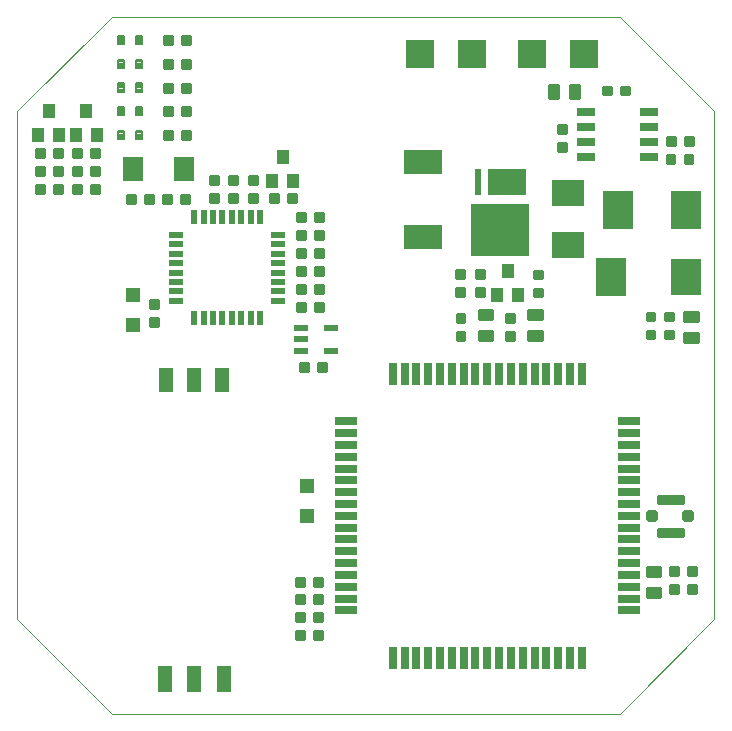
<source format=gtp>
G75*
G70*
%OFA0B0*%
%FSLAX24Y24*%
%IPPOS*%
%LPD*%
%AMOC8*
5,1,8,0,0,1.08239X$1,22.5*
%
%ADD10C,0.0000*%
%ADD11R,0.0260X0.0760*%
%ADD12R,0.0760X0.0260*%
%ADD13C,0.0088*%
%ADD14R,0.0472X0.0866*%
%ADD15R,0.0472X0.0787*%
%ADD16R,0.0600X0.0250*%
%ADD17R,0.1000X0.1200*%
%ADD18R,0.1000X0.1250*%
%ADD19C,0.0100*%
%ADD20R,0.0984X0.1260*%
%ADD21R,0.1080X0.0850*%
%ADD22C,0.0150*%
%ADD23C,0.0200*%
%ADD24R,0.0220X0.0500*%
%ADD25R,0.0500X0.0220*%
%ADD26R,0.1300X0.0800*%
%ADD27R,0.0240X0.0870*%
%ADD28R,0.1260X0.0866*%
%ADD29R,0.1969X0.1772*%
%ADD30R,0.0945X0.0945*%
%ADD31R,0.0472X0.0217*%
%ADD32R,0.0400X0.0450*%
%ADD33R,0.0500X0.0500*%
%ADD34C,0.0075*%
%ADD35R,0.0700X0.0800*%
D10*
X003294Y001045D02*
X000144Y004194D01*
X000144Y021124D01*
X003294Y024273D01*
X020223Y024273D01*
X023373Y021124D01*
X023373Y004194D01*
X020223Y001045D01*
X003294Y001045D01*
D11*
X012656Y002911D03*
X013050Y002911D03*
X013443Y002911D03*
X013837Y002911D03*
X014231Y002911D03*
X014625Y002911D03*
X015018Y002911D03*
X015412Y002911D03*
X015806Y002911D03*
X016199Y002911D03*
X016593Y002911D03*
X016987Y002911D03*
X017380Y002911D03*
X017774Y002911D03*
X018168Y002911D03*
X018562Y002911D03*
X018955Y002911D03*
X018955Y012360D03*
X018562Y012360D03*
X018168Y012360D03*
X017774Y012360D03*
X017380Y012360D03*
X016987Y012360D03*
X016593Y012360D03*
X016199Y012360D03*
X015806Y012360D03*
X015412Y012360D03*
X015018Y012360D03*
X014625Y012360D03*
X014231Y012360D03*
X013837Y012360D03*
X013443Y012360D03*
X013050Y012360D03*
X012656Y012360D03*
D12*
X011081Y010785D03*
X011081Y010391D03*
X011081Y009998D03*
X011081Y009604D03*
X011081Y009210D03*
X011081Y008816D03*
X011081Y008423D03*
X011081Y008029D03*
X011081Y007635D03*
X011081Y007242D03*
X011081Y006848D03*
X011081Y006454D03*
X011081Y006061D03*
X011081Y005667D03*
X011081Y005273D03*
X011081Y004879D03*
X011081Y004486D03*
X020530Y004486D03*
X020530Y004879D03*
X020530Y005273D03*
X020530Y005667D03*
X020530Y006061D03*
X020530Y006454D03*
X020530Y006848D03*
X020530Y007242D03*
X020530Y007635D03*
X020530Y008029D03*
X020530Y008423D03*
X020530Y008816D03*
X020530Y009210D03*
X020530Y009604D03*
X020530Y009998D03*
X020530Y010391D03*
X020530Y010785D03*
D13*
X021379Y013552D02*
X021379Y013814D01*
X021379Y013552D02*
X021117Y013552D01*
X021117Y013814D01*
X021379Y013814D01*
X021379Y013639D02*
X021117Y013639D01*
X021117Y013726D02*
X021379Y013726D01*
X021379Y013813D02*
X021117Y013813D01*
X021379Y014152D02*
X021379Y014414D01*
X021379Y014152D02*
X021117Y014152D01*
X021117Y014414D01*
X021379Y014414D01*
X021379Y014239D02*
X021117Y014239D01*
X021117Y014326D02*
X021379Y014326D01*
X021379Y014413D02*
X021117Y014413D01*
X021991Y014414D02*
X021991Y014152D01*
X021729Y014152D01*
X021729Y014414D01*
X021991Y014414D01*
X021991Y014239D02*
X021729Y014239D01*
X021729Y014326D02*
X021991Y014326D01*
X021991Y014413D02*
X021729Y014413D01*
X021991Y013814D02*
X021991Y013552D01*
X021729Y013552D01*
X021729Y013814D01*
X021991Y013814D01*
X021991Y013639D02*
X021729Y013639D01*
X021729Y013726D02*
X021991Y013726D01*
X021991Y013813D02*
X021729Y013813D01*
X017626Y014948D02*
X017626Y015210D01*
X017626Y014948D02*
X017364Y014948D01*
X017364Y015210D01*
X017626Y015210D01*
X017626Y015035D02*
X017364Y015035D01*
X017364Y015122D02*
X017626Y015122D01*
X017626Y015209D02*
X017364Y015209D01*
X017626Y015548D02*
X017626Y015810D01*
X017626Y015548D02*
X017364Y015548D01*
X017364Y015810D01*
X017626Y015810D01*
X017626Y015635D02*
X017364Y015635D01*
X017364Y015722D02*
X017626Y015722D01*
X017626Y015809D02*
X017364Y015809D01*
X016424Y014349D02*
X016424Y014087D01*
X016424Y014349D02*
X016686Y014349D01*
X016686Y014087D01*
X016424Y014087D01*
X016424Y014174D02*
X016686Y014174D01*
X016686Y014261D02*
X016424Y014261D01*
X016424Y014348D02*
X016686Y014348D01*
X016424Y013749D02*
X016424Y013487D01*
X016424Y013749D02*
X016686Y013749D01*
X016686Y013487D01*
X016424Y013487D01*
X016424Y013574D02*
X016686Y013574D01*
X016686Y013661D02*
X016424Y013661D01*
X016424Y013748D02*
X016686Y013748D01*
X015440Y014961D02*
X015440Y015223D01*
X015702Y015223D01*
X015702Y014961D01*
X015440Y014961D01*
X015440Y015048D02*
X015702Y015048D01*
X015702Y015135D02*
X015440Y015135D01*
X015440Y015222D02*
X015702Y015222D01*
X015440Y015561D02*
X015440Y015823D01*
X015702Y015823D01*
X015702Y015561D01*
X015440Y015561D01*
X015440Y015648D02*
X015702Y015648D01*
X015702Y015735D02*
X015440Y015735D01*
X015440Y015822D02*
X015702Y015822D01*
X015025Y015826D02*
X015025Y015564D01*
X014763Y015564D01*
X014763Y015826D01*
X015025Y015826D01*
X015025Y015651D02*
X014763Y015651D01*
X014763Y015738D02*
X015025Y015738D01*
X015025Y015825D02*
X014763Y015825D01*
X015025Y015226D02*
X015025Y014964D01*
X014763Y014964D01*
X014763Y015226D01*
X015025Y015226D01*
X015025Y015051D02*
X014763Y015051D01*
X014763Y015138D02*
X015025Y015138D01*
X015025Y015225D02*
X014763Y015225D01*
X014783Y014349D02*
X014783Y014087D01*
X014783Y014349D02*
X015045Y014349D01*
X015045Y014087D01*
X014783Y014087D01*
X014783Y014174D02*
X015045Y014174D01*
X015045Y014261D02*
X014783Y014261D01*
X014783Y014348D02*
X015045Y014348D01*
X014783Y013749D02*
X014783Y013487D01*
X014783Y013749D02*
X015045Y013749D01*
X015045Y013487D01*
X014783Y013487D01*
X014783Y013574D02*
X015045Y013574D01*
X015045Y013661D02*
X014783Y013661D01*
X014783Y013748D02*
X015045Y013748D01*
X010425Y012464D02*
X010163Y012464D01*
X010163Y012726D01*
X010425Y012726D01*
X010425Y012464D01*
X010425Y012551D02*
X010163Y012551D01*
X010163Y012638D02*
X010425Y012638D01*
X010425Y012725D02*
X010163Y012725D01*
X009825Y012464D02*
X009563Y012464D01*
X009563Y012726D01*
X009825Y012726D01*
X009825Y012464D01*
X009825Y012551D02*
X009563Y012551D01*
X009563Y012638D02*
X009825Y012638D01*
X009825Y012725D02*
X009563Y012725D01*
X009469Y014463D02*
X009731Y014463D01*
X009469Y014463D02*
X009469Y014725D01*
X009731Y014725D01*
X009731Y014463D01*
X009731Y014550D02*
X009469Y014550D01*
X009469Y014637D02*
X009731Y014637D01*
X009731Y014724D02*
X009469Y014724D01*
X009469Y015319D02*
X009731Y015319D01*
X009731Y015057D01*
X009469Y015057D01*
X009469Y015319D01*
X009469Y015144D02*
X009731Y015144D01*
X009731Y015231D02*
X009469Y015231D01*
X009469Y015318D02*
X009731Y015318D01*
X009725Y015926D02*
X009463Y015926D01*
X009725Y015926D02*
X009725Y015664D01*
X009463Y015664D01*
X009463Y015926D01*
X009463Y015751D02*
X009725Y015751D01*
X009725Y015838D02*
X009463Y015838D01*
X009463Y015925D02*
X009725Y015925D01*
X009734Y016258D02*
X009472Y016258D01*
X009472Y016520D01*
X009734Y016520D01*
X009734Y016258D01*
X009734Y016345D02*
X009472Y016345D01*
X009472Y016432D02*
X009734Y016432D01*
X009734Y016519D02*
X009472Y016519D01*
X009463Y017126D02*
X009725Y017126D01*
X009725Y016864D01*
X009463Y016864D01*
X009463Y017126D01*
X009463Y016951D02*
X009725Y016951D01*
X009725Y017038D02*
X009463Y017038D01*
X009463Y017125D02*
X009725Y017125D01*
X010063Y017126D02*
X010325Y017126D01*
X010325Y016864D01*
X010063Y016864D01*
X010063Y017126D01*
X010063Y016951D02*
X010325Y016951D01*
X010325Y017038D02*
X010063Y017038D01*
X010063Y017125D02*
X010325Y017125D01*
X010321Y017727D02*
X010059Y017727D01*
X010321Y017727D02*
X010321Y017465D01*
X010059Y017465D01*
X010059Y017727D01*
X010059Y017552D02*
X010321Y017552D01*
X010321Y017639D02*
X010059Y017639D01*
X010059Y017726D02*
X010321Y017726D01*
X009721Y017727D02*
X009459Y017727D01*
X009721Y017727D02*
X009721Y017465D01*
X009459Y017465D01*
X009459Y017727D01*
X009459Y017552D02*
X009721Y017552D01*
X009721Y017639D02*
X009459Y017639D01*
X009459Y017726D02*
X009721Y017726D01*
X009424Y018356D02*
X009162Y018356D01*
X009424Y018356D02*
X009424Y018094D01*
X009162Y018094D01*
X009162Y018356D01*
X009162Y018181D02*
X009424Y018181D01*
X009424Y018268D02*
X009162Y018268D01*
X009162Y018355D02*
X009424Y018355D01*
X008824Y018356D02*
X008562Y018356D01*
X008824Y018356D02*
X008824Y018094D01*
X008562Y018094D01*
X008562Y018356D01*
X008562Y018181D02*
X008824Y018181D01*
X008824Y018268D02*
X008562Y018268D01*
X008562Y018355D02*
X008824Y018355D01*
X007863Y018376D02*
X007863Y018114D01*
X007863Y018376D02*
X008125Y018376D01*
X008125Y018114D01*
X007863Y018114D01*
X007863Y018201D02*
X008125Y018201D01*
X008125Y018288D02*
X007863Y018288D01*
X007863Y018375D02*
X008125Y018375D01*
X007863Y018714D02*
X007863Y018976D01*
X008125Y018976D01*
X008125Y018714D01*
X007863Y018714D01*
X007863Y018801D02*
X008125Y018801D01*
X008125Y018888D02*
X007863Y018888D01*
X007863Y018975D02*
X008125Y018975D01*
X007213Y018976D02*
X007213Y018714D01*
X007213Y018976D02*
X007475Y018976D01*
X007475Y018714D01*
X007213Y018714D01*
X007213Y018801D02*
X007475Y018801D01*
X007475Y018888D02*
X007213Y018888D01*
X007213Y018975D02*
X007475Y018975D01*
X007213Y018376D02*
X007213Y018114D01*
X007213Y018376D02*
X007475Y018376D01*
X007475Y018114D01*
X007213Y018114D01*
X007213Y018201D02*
X007475Y018201D01*
X007475Y018288D02*
X007213Y018288D01*
X007213Y018375D02*
X007475Y018375D01*
X006563Y018376D02*
X006563Y018114D01*
X006563Y018376D02*
X006825Y018376D01*
X006825Y018114D01*
X006563Y018114D01*
X006563Y018201D02*
X006825Y018201D01*
X006825Y018288D02*
X006563Y018288D01*
X006563Y018375D02*
X006825Y018375D01*
X006563Y018714D02*
X006563Y018976D01*
X006825Y018976D01*
X006825Y018714D01*
X006563Y018714D01*
X006563Y018801D02*
X006825Y018801D01*
X006825Y018888D02*
X006563Y018888D01*
X006563Y018975D02*
X006825Y018975D01*
X005875Y018064D02*
X005613Y018064D01*
X005613Y018326D01*
X005875Y018326D01*
X005875Y018064D01*
X005875Y018151D02*
X005613Y018151D01*
X005613Y018238D02*
X005875Y018238D01*
X005875Y018325D02*
X005613Y018325D01*
X005275Y018064D02*
X005013Y018064D01*
X005013Y018326D01*
X005275Y018326D01*
X005275Y018064D01*
X005275Y018151D02*
X005013Y018151D01*
X005013Y018238D02*
X005275Y018238D01*
X005275Y018325D02*
X005013Y018325D01*
X004675Y018326D02*
X004413Y018326D01*
X004675Y018326D02*
X004675Y018064D01*
X004413Y018064D01*
X004413Y018326D01*
X004413Y018151D02*
X004675Y018151D01*
X004675Y018238D02*
X004413Y018238D01*
X004413Y018325D02*
X004675Y018325D01*
X004075Y018326D02*
X003813Y018326D01*
X004075Y018326D02*
X004075Y018064D01*
X003813Y018064D01*
X003813Y018326D01*
X003813Y018151D02*
X004075Y018151D01*
X004075Y018238D02*
X003813Y018238D01*
X003813Y018325D02*
X004075Y018325D01*
X002871Y018406D02*
X002609Y018406D01*
X002609Y018668D01*
X002871Y018668D01*
X002871Y018406D01*
X002871Y018493D02*
X002609Y018493D01*
X002609Y018580D02*
X002871Y018580D01*
X002871Y018667D02*
X002609Y018667D01*
X002271Y018406D02*
X002009Y018406D01*
X002009Y018668D01*
X002271Y018668D01*
X002271Y018406D01*
X002271Y018493D02*
X002009Y018493D01*
X002009Y018580D02*
X002271Y018580D01*
X002271Y018667D02*
X002009Y018667D01*
X002013Y019014D02*
X002275Y019014D01*
X002013Y019014D02*
X002013Y019276D01*
X002275Y019276D01*
X002275Y019014D01*
X002275Y019101D02*
X002013Y019101D01*
X002013Y019188D02*
X002275Y019188D01*
X002275Y019275D02*
X002013Y019275D01*
X002011Y019848D02*
X002273Y019848D01*
X002273Y019586D01*
X002011Y019586D01*
X002011Y019848D01*
X002011Y019673D02*
X002273Y019673D01*
X002273Y019760D02*
X002011Y019760D01*
X002011Y019847D02*
X002273Y019847D01*
X002611Y019848D02*
X002873Y019848D01*
X002873Y019586D01*
X002611Y019586D01*
X002611Y019848D01*
X002611Y019673D02*
X002873Y019673D01*
X002873Y019760D02*
X002611Y019760D01*
X002611Y019847D02*
X002873Y019847D01*
X002875Y019014D02*
X002613Y019014D01*
X002613Y019276D01*
X002875Y019276D01*
X002875Y019014D01*
X002875Y019101D02*
X002613Y019101D01*
X002613Y019188D02*
X002875Y019188D01*
X002875Y019275D02*
X002613Y019275D01*
X001625Y019014D02*
X001363Y019014D01*
X001363Y019276D01*
X001625Y019276D01*
X001625Y019014D01*
X001625Y019101D02*
X001363Y019101D01*
X001363Y019188D02*
X001625Y019188D01*
X001625Y019275D02*
X001363Y019275D01*
X001358Y019848D02*
X001620Y019848D01*
X001620Y019586D01*
X001358Y019586D01*
X001358Y019848D01*
X001358Y019673D02*
X001620Y019673D01*
X001620Y019760D02*
X001358Y019760D01*
X001358Y019847D02*
X001620Y019847D01*
X001020Y019848D02*
X000758Y019848D01*
X001020Y019848D02*
X001020Y019586D01*
X000758Y019586D01*
X000758Y019848D01*
X000758Y019673D02*
X001020Y019673D01*
X001020Y019760D02*
X000758Y019760D01*
X000758Y019847D02*
X001020Y019847D01*
X001025Y019014D02*
X000763Y019014D01*
X000763Y019276D01*
X001025Y019276D01*
X001025Y019014D01*
X001025Y019101D02*
X000763Y019101D01*
X000763Y019188D02*
X001025Y019188D01*
X001025Y019275D02*
X000763Y019275D01*
X000763Y018676D02*
X001025Y018676D01*
X001025Y018414D01*
X000763Y018414D01*
X000763Y018676D01*
X000763Y018501D02*
X001025Y018501D01*
X001025Y018588D02*
X000763Y018588D01*
X000763Y018675D02*
X001025Y018675D01*
X001363Y018676D02*
X001625Y018676D01*
X001625Y018414D01*
X001363Y018414D01*
X001363Y018676D01*
X001363Y018501D02*
X001625Y018501D01*
X001625Y018588D02*
X001363Y018588D01*
X001363Y018675D02*
X001625Y018675D01*
X005031Y020467D02*
X005293Y020467D01*
X005293Y020205D01*
X005031Y020205D01*
X005031Y020467D01*
X005031Y020292D02*
X005293Y020292D01*
X005293Y020379D02*
X005031Y020379D01*
X005031Y020466D02*
X005293Y020466D01*
X005631Y020467D02*
X005893Y020467D01*
X005893Y020205D01*
X005631Y020205D01*
X005631Y020467D01*
X005631Y020292D02*
X005893Y020292D01*
X005893Y020379D02*
X005631Y020379D01*
X005631Y020466D02*
X005893Y020466D01*
X005893Y021255D02*
X005631Y021255D01*
X005893Y021255D02*
X005893Y020993D01*
X005631Y020993D01*
X005631Y021255D01*
X005631Y021080D02*
X005893Y021080D01*
X005893Y021167D02*
X005631Y021167D01*
X005631Y021254D02*
X005893Y021254D01*
X005893Y022042D02*
X005631Y022042D01*
X005893Y022042D02*
X005893Y021780D01*
X005631Y021780D01*
X005631Y022042D01*
X005631Y021867D02*
X005893Y021867D01*
X005893Y021954D02*
X005631Y021954D01*
X005631Y022041D02*
X005893Y022041D01*
X005893Y022567D02*
X005631Y022567D01*
X005631Y022829D01*
X005893Y022829D01*
X005893Y022567D01*
X005893Y022654D02*
X005631Y022654D01*
X005631Y022741D02*
X005893Y022741D01*
X005893Y022828D02*
X005631Y022828D01*
X005293Y022567D02*
X005031Y022567D01*
X005031Y022829D01*
X005293Y022829D01*
X005293Y022567D01*
X005293Y022654D02*
X005031Y022654D01*
X005031Y022741D02*
X005293Y022741D01*
X005293Y022828D02*
X005031Y022828D01*
X005031Y023355D02*
X005293Y023355D01*
X005031Y023355D02*
X005031Y023617D01*
X005293Y023617D01*
X005293Y023355D01*
X005293Y023442D02*
X005031Y023442D01*
X005031Y023529D02*
X005293Y023529D01*
X005293Y023616D02*
X005031Y023616D01*
X005631Y023355D02*
X005893Y023355D01*
X005631Y023355D02*
X005631Y023617D01*
X005893Y023617D01*
X005893Y023355D01*
X005893Y023442D02*
X005631Y023442D01*
X005631Y023529D02*
X005893Y023529D01*
X005893Y023616D02*
X005631Y023616D01*
X005293Y022042D02*
X005031Y022042D01*
X005293Y022042D02*
X005293Y021780D01*
X005031Y021780D01*
X005031Y022042D01*
X005031Y021867D02*
X005293Y021867D01*
X005293Y021954D02*
X005031Y021954D01*
X005031Y022041D02*
X005293Y022041D01*
X005293Y021255D02*
X005031Y021255D01*
X005293Y021255D02*
X005293Y020993D01*
X005031Y020993D01*
X005031Y021255D01*
X005031Y021080D02*
X005293Y021080D01*
X005293Y021167D02*
X005031Y021167D01*
X005031Y021254D02*
X005293Y021254D01*
X010072Y016258D02*
X010334Y016258D01*
X010072Y016258D02*
X010072Y016520D01*
X010334Y016520D01*
X010334Y016258D01*
X010334Y016345D02*
X010072Y016345D01*
X010072Y016432D02*
X010334Y016432D01*
X010334Y016519D02*
X010072Y016519D01*
X010063Y015926D02*
X010325Y015926D01*
X010325Y015664D01*
X010063Y015664D01*
X010063Y015926D01*
X010063Y015751D02*
X010325Y015751D01*
X010325Y015838D02*
X010063Y015838D01*
X010063Y015925D02*
X010325Y015925D01*
X010331Y015319D02*
X010069Y015319D01*
X010331Y015319D02*
X010331Y015057D01*
X010069Y015057D01*
X010069Y015319D01*
X010069Y015144D02*
X010331Y015144D01*
X010331Y015231D02*
X010069Y015231D01*
X010069Y015318D02*
X010331Y015318D01*
X010331Y014463D02*
X010069Y014463D01*
X010069Y014725D01*
X010331Y014725D01*
X010331Y014463D01*
X010331Y014550D02*
X010069Y014550D01*
X010069Y014637D02*
X010331Y014637D01*
X010331Y014724D02*
X010069Y014724D01*
X004563Y014826D02*
X004563Y014564D01*
X004563Y014826D02*
X004825Y014826D01*
X004825Y014564D01*
X004563Y014564D01*
X004563Y014651D02*
X004825Y014651D01*
X004825Y014738D02*
X004563Y014738D01*
X004563Y014825D02*
X004825Y014825D01*
X004563Y014226D02*
X004563Y013964D01*
X004563Y014226D02*
X004825Y014226D01*
X004825Y013964D01*
X004563Y013964D01*
X004563Y014051D02*
X004825Y014051D01*
X004825Y014138D02*
X004563Y014138D01*
X004563Y014225D02*
X004825Y014225D01*
X009437Y005573D02*
X009699Y005573D01*
X009699Y005311D01*
X009437Y005311D01*
X009437Y005573D01*
X009437Y005398D02*
X009699Y005398D01*
X009699Y005485D02*
X009437Y005485D01*
X009437Y005572D02*
X009699Y005572D01*
X010037Y005573D02*
X010299Y005573D01*
X010299Y005311D01*
X010037Y005311D01*
X010037Y005573D01*
X010037Y005398D02*
X010299Y005398D01*
X010299Y005485D02*
X010037Y005485D01*
X010037Y005572D02*
X010299Y005572D01*
X010293Y004730D02*
X010031Y004730D01*
X010031Y004992D01*
X010293Y004992D01*
X010293Y004730D01*
X010293Y004817D02*
X010031Y004817D01*
X010031Y004904D02*
X010293Y004904D01*
X010293Y004991D02*
X010031Y004991D01*
X009693Y004730D02*
X009431Y004730D01*
X009431Y004992D01*
X009693Y004992D01*
X009693Y004730D01*
X009693Y004817D02*
X009431Y004817D01*
X009431Y004904D02*
X009693Y004904D01*
X009693Y004991D02*
X009431Y004991D01*
X009431Y004142D02*
X009693Y004142D01*
X009431Y004142D02*
X009431Y004404D01*
X009693Y004404D01*
X009693Y004142D01*
X009693Y004229D02*
X009431Y004229D01*
X009431Y004316D02*
X009693Y004316D01*
X009693Y004403D02*
X009431Y004403D01*
X009424Y003541D02*
X009686Y003541D01*
X009424Y003541D02*
X009424Y003803D01*
X009686Y003803D01*
X009686Y003541D01*
X009686Y003628D02*
X009424Y003628D01*
X009424Y003715D02*
X009686Y003715D01*
X009686Y003802D02*
X009424Y003802D01*
X010024Y003541D02*
X010286Y003541D01*
X010024Y003541D02*
X010024Y003803D01*
X010286Y003803D01*
X010286Y003541D01*
X010286Y003628D02*
X010024Y003628D01*
X010024Y003715D02*
X010286Y003715D01*
X010286Y003802D02*
X010024Y003802D01*
X010031Y004142D02*
X010293Y004142D01*
X010031Y004142D02*
X010031Y004404D01*
X010293Y004404D01*
X010293Y004142D01*
X010293Y004229D02*
X010031Y004229D01*
X010031Y004316D02*
X010293Y004316D01*
X010293Y004403D02*
X010031Y004403D01*
X022175Y005064D02*
X022175Y005326D01*
X022175Y005064D02*
X021913Y005064D01*
X021913Y005326D01*
X022175Y005326D01*
X022175Y005151D02*
X021913Y005151D01*
X021913Y005238D02*
X022175Y005238D01*
X022175Y005325D02*
X021913Y005325D01*
X022175Y005664D02*
X022175Y005926D01*
X022175Y005664D02*
X021913Y005664D01*
X021913Y005926D01*
X022175Y005926D01*
X022175Y005751D02*
X021913Y005751D01*
X021913Y005838D02*
X022175Y005838D01*
X022175Y005925D02*
X021913Y005925D01*
X022775Y005926D02*
X022775Y005664D01*
X022513Y005664D01*
X022513Y005926D01*
X022775Y005926D01*
X022775Y005751D02*
X022513Y005751D01*
X022513Y005838D02*
X022775Y005838D01*
X022775Y005925D02*
X022513Y005925D01*
X022775Y005326D02*
X022775Y005064D01*
X022513Y005064D01*
X022513Y005326D01*
X022775Y005326D01*
X022775Y005151D02*
X022513Y005151D01*
X022513Y005238D02*
X022775Y005238D01*
X022775Y005325D02*
X022513Y005325D01*
X022646Y019390D02*
X022384Y019390D01*
X022384Y019652D01*
X022646Y019652D01*
X022646Y019390D01*
X022646Y019477D02*
X022384Y019477D01*
X022384Y019564D02*
X022646Y019564D01*
X022646Y019651D02*
X022384Y019651D01*
X022046Y019390D02*
X021784Y019390D01*
X021784Y019652D01*
X022046Y019652D01*
X022046Y019390D01*
X022046Y019477D02*
X021784Y019477D01*
X021784Y019564D02*
X022046Y019564D01*
X022046Y019651D02*
X021784Y019651D01*
X021792Y020002D02*
X022054Y020002D01*
X021792Y020002D02*
X021792Y020264D01*
X022054Y020264D01*
X022054Y020002D01*
X022054Y020089D02*
X021792Y020089D01*
X021792Y020176D02*
X022054Y020176D01*
X022054Y020263D02*
X021792Y020263D01*
X022392Y020002D02*
X022654Y020002D01*
X022392Y020002D02*
X022392Y020264D01*
X022654Y020264D01*
X022654Y020002D01*
X022654Y020089D02*
X022392Y020089D01*
X022392Y020176D02*
X022654Y020176D01*
X022654Y020263D02*
X022392Y020263D01*
X020533Y021945D02*
X020271Y021945D01*
X020533Y021945D02*
X020533Y021683D01*
X020271Y021683D01*
X020271Y021945D01*
X020271Y021770D02*
X020533Y021770D01*
X020533Y021857D02*
X020271Y021857D01*
X020271Y021944D02*
X020533Y021944D01*
X019933Y021945D02*
X019671Y021945D01*
X019933Y021945D02*
X019933Y021683D01*
X019671Y021683D01*
X019671Y021945D01*
X019671Y021770D02*
X019933Y021770D01*
X019933Y021857D02*
X019671Y021857D01*
X019671Y021944D02*
X019933Y021944D01*
X018423Y020666D02*
X018423Y020404D01*
X018161Y020404D01*
X018161Y020666D01*
X018423Y020666D01*
X018423Y020491D02*
X018161Y020491D01*
X018161Y020578D02*
X018423Y020578D01*
X018423Y020665D02*
X018161Y020665D01*
X018423Y020066D02*
X018423Y019804D01*
X018161Y019804D01*
X018161Y020066D01*
X018423Y020066D01*
X018423Y019891D02*
X018161Y019891D01*
X018161Y019978D02*
X018423Y019978D01*
X018423Y020065D02*
X018161Y020065D01*
D14*
X007038Y002211D03*
X006014Y002195D03*
X005050Y002211D03*
D15*
X005081Y012152D03*
X006042Y012160D03*
X006971Y012160D03*
D16*
X019080Y019594D03*
X019080Y020094D03*
X019080Y020594D03*
X019080Y021094D03*
X021180Y021094D03*
X021180Y020594D03*
X021180Y020094D03*
X021180Y019594D03*
D17*
X022414Y015593D03*
D18*
X019914Y015593D03*
D19*
X017619Y014495D02*
X017619Y014195D01*
X017169Y014195D01*
X017169Y014495D01*
X017619Y014495D01*
X017619Y014294D02*
X017169Y014294D01*
X017169Y014393D02*
X017619Y014393D01*
X017619Y014492D02*
X017169Y014492D01*
X017619Y013795D02*
X017619Y013495D01*
X017169Y013495D01*
X017169Y013795D01*
X017619Y013795D01*
X017619Y013594D02*
X017169Y013594D01*
X017169Y013693D02*
X017619Y013693D01*
X017619Y013792D02*
X017169Y013792D01*
X015969Y013795D02*
X015969Y013495D01*
X015519Y013495D01*
X015519Y013795D01*
X015969Y013795D01*
X015969Y013594D02*
X015519Y013594D01*
X015519Y013693D02*
X015969Y013693D01*
X015969Y013792D02*
X015519Y013792D01*
X015969Y014195D02*
X015969Y014495D01*
X015969Y014195D02*
X015519Y014195D01*
X015519Y014495D01*
X015969Y014495D01*
X015969Y014294D02*
X015519Y014294D01*
X015519Y014393D02*
X015969Y014393D01*
X015969Y014492D02*
X015519Y014492D01*
X022823Y014433D02*
X022823Y014133D01*
X022373Y014133D01*
X022373Y014433D01*
X022823Y014433D01*
X022823Y014232D02*
X022373Y014232D01*
X022373Y014331D02*
X022823Y014331D01*
X022823Y014430D02*
X022373Y014430D01*
X022823Y013733D02*
X022823Y013433D01*
X022373Y013433D01*
X022373Y013733D01*
X022823Y013733D01*
X022823Y013532D02*
X022373Y013532D01*
X022373Y013631D02*
X022823Y013631D01*
X022823Y013730D02*
X022373Y013730D01*
X021569Y005945D02*
X021569Y005645D01*
X021119Y005645D01*
X021119Y005945D01*
X021569Y005945D01*
X021569Y005744D02*
X021119Y005744D01*
X021119Y005843D02*
X021569Y005843D01*
X021569Y005942D02*
X021119Y005942D01*
X021569Y005245D02*
X021569Y004945D01*
X021119Y004945D01*
X021119Y005245D01*
X021569Y005245D01*
X021569Y005044D02*
X021119Y005044D01*
X021119Y005143D02*
X021569Y005143D01*
X021569Y005242D02*
X021119Y005242D01*
X018848Y021562D02*
X018548Y021562D01*
X018548Y022012D01*
X018848Y022012D01*
X018848Y021562D01*
X018848Y021661D02*
X018548Y021661D01*
X018548Y021760D02*
X018848Y021760D01*
X018848Y021859D02*
X018548Y021859D01*
X018548Y021958D02*
X018848Y021958D01*
X018148Y021562D02*
X017848Y021562D01*
X017848Y022012D01*
X018148Y022012D01*
X018148Y021562D01*
X018148Y021661D02*
X017848Y021661D01*
X017848Y021760D02*
X018148Y021760D01*
X018148Y021859D02*
X017848Y021859D01*
X017848Y021958D02*
X018148Y021958D01*
D20*
X020175Y017842D03*
X022419Y017842D03*
D21*
X018482Y018401D03*
X018482Y016661D03*
D22*
X021537Y008110D02*
X022287Y008110D01*
X021537Y008110D02*
X021537Y008260D01*
X022287Y008260D01*
X022287Y008110D01*
X022287Y008259D02*
X021537Y008259D01*
X021537Y007010D02*
X022287Y007010D01*
X021537Y007010D02*
X021537Y007160D01*
X022287Y007160D01*
X022287Y007010D01*
X022287Y007159D02*
X021537Y007159D01*
D23*
X021412Y007735D02*
X021212Y007735D01*
X021412Y007735D02*
X021412Y007535D01*
X021212Y007535D01*
X021212Y007735D01*
X021212Y007734D02*
X021412Y007734D01*
X022412Y007735D02*
X022612Y007735D01*
X022612Y007535D01*
X022412Y007535D01*
X022412Y007735D01*
X022412Y007734D02*
X022612Y007734D01*
D24*
X008238Y014215D03*
X007923Y014215D03*
X007608Y014215D03*
X007293Y014215D03*
X006978Y014215D03*
X006663Y014215D03*
X006348Y014215D03*
X006033Y014215D03*
X006033Y017595D03*
X006348Y017595D03*
X006663Y017595D03*
X006978Y017595D03*
X007293Y017595D03*
X007608Y017595D03*
X007923Y017595D03*
X008238Y017595D03*
D25*
X008826Y017007D03*
X008826Y016692D03*
X008826Y016377D03*
X008826Y016062D03*
X008826Y015747D03*
X008826Y015432D03*
X008826Y015117D03*
X008826Y014802D03*
X005446Y014802D03*
X005446Y015117D03*
X005446Y015432D03*
X005446Y015747D03*
X005446Y016062D03*
X005446Y016377D03*
X005446Y016692D03*
X005446Y017007D03*
D26*
X013677Y016926D03*
X013677Y019426D03*
D27*
X015480Y018776D03*
D28*
X016466Y018769D03*
D29*
X016230Y017155D03*
D30*
X015302Y023045D03*
X013569Y023045D03*
X017287Y023047D03*
X019019Y023047D03*
D31*
X010604Y013889D03*
X010604Y013141D03*
X009580Y013141D03*
X009580Y013515D03*
X009580Y013889D03*
D32*
X009344Y018795D03*
X008644Y018795D03*
X008994Y019595D03*
X002794Y020345D03*
X002094Y020345D03*
X001544Y020345D03*
X000844Y020345D03*
X001194Y021145D03*
X002444Y021145D03*
X016144Y014995D03*
X016844Y014995D03*
X016494Y015795D03*
D33*
X009794Y008645D03*
X009794Y007645D03*
X003994Y013995D03*
X003994Y014995D03*
D34*
X004081Y020198D02*
X004307Y020198D01*
X004081Y020198D02*
X004081Y020474D01*
X004307Y020474D01*
X004307Y020198D01*
X004307Y020272D02*
X004081Y020272D01*
X004081Y020346D02*
X004307Y020346D01*
X004307Y020420D02*
X004081Y020420D01*
X003707Y020198D02*
X003481Y020198D01*
X003481Y020474D01*
X003707Y020474D01*
X003707Y020198D01*
X003707Y020272D02*
X003481Y020272D01*
X003481Y020346D02*
X003707Y020346D01*
X003707Y020420D02*
X003481Y020420D01*
X003481Y020986D02*
X003707Y020986D01*
X003481Y020986D02*
X003481Y021262D01*
X003707Y021262D01*
X003707Y020986D01*
X003707Y021060D02*
X003481Y021060D01*
X003481Y021134D02*
X003707Y021134D01*
X003707Y021208D02*
X003481Y021208D01*
X003481Y021773D02*
X003707Y021773D01*
X003481Y021773D02*
X003481Y022049D01*
X003707Y022049D01*
X003707Y021773D01*
X003707Y021847D02*
X003481Y021847D01*
X003481Y021921D02*
X003707Y021921D01*
X003707Y021995D02*
X003481Y021995D01*
X003481Y022560D02*
X003707Y022560D01*
X003481Y022560D02*
X003481Y022836D01*
X003707Y022836D01*
X003707Y022560D01*
X003707Y022634D02*
X003481Y022634D01*
X003481Y022708D02*
X003707Y022708D01*
X003707Y022782D02*
X003481Y022782D01*
X003481Y023348D02*
X003707Y023348D01*
X003481Y023348D02*
X003481Y023624D01*
X003707Y023624D01*
X003707Y023348D01*
X003707Y023422D02*
X003481Y023422D01*
X003481Y023496D02*
X003707Y023496D01*
X003707Y023570D02*
X003481Y023570D01*
X004081Y023348D02*
X004307Y023348D01*
X004081Y023348D02*
X004081Y023624D01*
X004307Y023624D01*
X004307Y023348D01*
X004307Y023422D02*
X004081Y023422D01*
X004081Y023496D02*
X004307Y023496D01*
X004307Y023570D02*
X004081Y023570D01*
X004081Y022560D02*
X004307Y022560D01*
X004081Y022560D02*
X004081Y022836D01*
X004307Y022836D01*
X004307Y022560D01*
X004307Y022634D02*
X004081Y022634D01*
X004081Y022708D02*
X004307Y022708D01*
X004307Y022782D02*
X004081Y022782D01*
X004081Y021773D02*
X004307Y021773D01*
X004081Y021773D02*
X004081Y022049D01*
X004307Y022049D01*
X004307Y021773D01*
X004307Y021847D02*
X004081Y021847D01*
X004081Y021921D02*
X004307Y021921D01*
X004307Y021995D02*
X004081Y021995D01*
X004081Y020986D02*
X004307Y020986D01*
X004081Y020986D02*
X004081Y021262D01*
X004307Y021262D01*
X004307Y020986D01*
X004307Y021060D02*
X004081Y021060D01*
X004081Y021134D02*
X004307Y021134D01*
X004307Y021208D02*
X004081Y021208D01*
D35*
X003994Y019195D03*
X005694Y019195D03*
M02*

</source>
